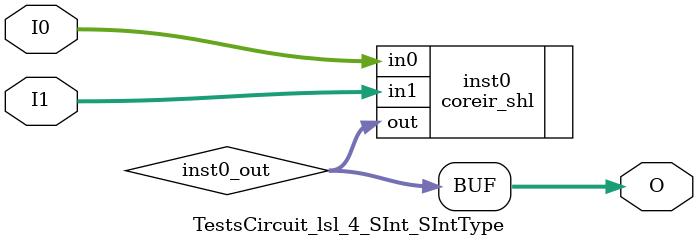
<source format=v>
module TestsCircuit_lsl_4_SInt_SIntType (input signed [3:0] I0, input signed [3:0] I1, output signed [3:0] O);
wire [3:0] inst0_out;
coreir_shl inst0 (.in0(I0), .in1(I1), .out(inst0_out));
assign O = inst0_out;
endmodule


</source>
